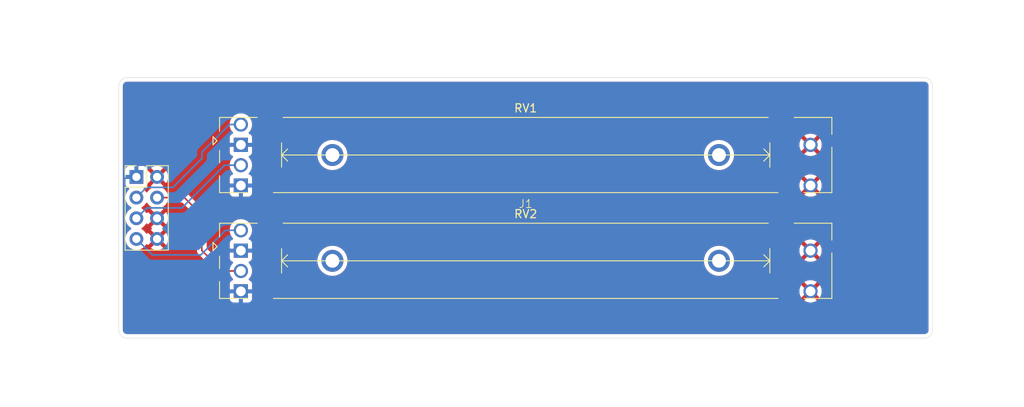
<source format=kicad_pcb>
(kicad_pcb (version 20241229) (generator "pcbnew") (generator_version "9.0")
  (layers (0 "F.Cu" signal) (2 "B.Cu" signal) (13 "F.Paste" user) (15 "B.Paste" user) (5 "F.SilkS" user "F.Silkscreen") (7 "B.SilkS" user "B.Silkscreen") (1 "F.Mask" user) (3 "B.Mask" user) (25 "Edge.Cuts" user))
  (net 0 "")
  (net 1 "GND")
  (net 2 "Net-(J1-Pin_5)")
  (net 3 "+3.3V")
  (net 4 "Net-(J1-Pin_3)")
  (net 5 "Net-(J1-Pin_4)")
  (net 6 "Net-(J1-Pin_7)")
  (footprint "Stephen:PS60M-0MC2BR10KN" (layer "F.Cu") (at 100 93.5)
    (property "Reference" "RV1" (at 0 -5.75 0) (layer "F.SilkS"))
    (property "Value" "R_Potentiometer_Dual")
    (fp_line (start -38.425 -2.25) (end -38.425 -1.25) (stroke (width 0.12)) (layer "F.SilkS"))
    (fp_line (start -38.425 -1.25) (end -37.925 -1.75) (stroke (width 0.12)) (layer "F.SilkS"))
    (fp_line (start -37.925 -1.75) (end -38.425 -2.25) (stroke (width 0.12)) (layer "F.SilkS"))
    (fp_line (start -37.62 -4.62) (end -32.996 -4.62) (stroke (width 0.12)) (layer "F.SilkS"))
    (fp_line (start -37.62 -2.925) (end -37.62 -4.62) (stroke (width 0.12)) (layer "F.SilkS"))
    (fp_line (start -37.62 0.96) (end -37.62 -0.575) (stroke (width 0.12)) (layer "F.SilkS"))
    (fp_line (start -37.62 4.62) (end -37.62 2.54) (stroke (width 0.12)) (layer "F.SilkS"))
    (fp_line (start -34.196 4.62) (end -37.62 4.62) (stroke (width 0.12)) (layer "F.SilkS"))
    (fp_line (start -30 -1.5) (end -30 1.5) (stroke (width 0.12)) (layer "F.SilkS"))
    (fp_line (start -30 0) (end -29.25 0.75) (stroke (width 0.12)) (layer "F.SilkS"))
    (fp_line (start -30 0) (end 30 0) (stroke (width 0.12)) (layer "F.SilkS"))
    (fp_line (start -29.804 -4.62) (end 29.804 -4.62) (stroke (width 0.12)) (layer "F.SilkS"))
    (fp_line (start -29.25 -0.75) (end -30 0) (stroke (width 0.12)) (layer "F.SilkS"))
    (fp_line (start 29.25 -0.75) (end 30 0) (stroke (width 0.12)) (layer "F.SilkS"))
    (fp_line (start 30 -1.5) (end 30 1.5) (stroke (width 0.12)) (layer "F.SilkS"))
    (fp_line (start 30 0) (end 29.25 0.75) (stroke (width 0.12)) (layer "F.SilkS"))
    (fp_line (start 31.004 4.62) (end -31.004 4.62) (stroke (width 0.12)) (layer "F.SilkS"))
    (fp_line (start 32.996 -4.62) (end 37.62 -4.62) (stroke (width 0.12)) (layer "F.SilkS"))
    (fp_line (start 37.62 -4.62) (end 37.62 -2.54) (stroke (width 0.12)) (layer "F.SilkS"))
    (fp_line (start 37.62 -0.96) (end 37.62 4.62) (stroke (width 0.12)) (layer "F.SilkS"))
    (fp_line (start 37.62 4.62) (end 34.196 4.62) (stroke (width 0.12)) (layer "F.SilkS"))
    (pad "1" thru_hole rect (at -35 -1.25) (size 1.75 1.75) (drill 1.2) (layers "*.Cu" "*.Mask") (net 1 "GND"))
    (pad "2" thru_hole circle (at -35 -3.75) (size 1.75 1.75) (drill 1.2) (layers "*.Cu" "*.Mask") (net 4 "Net-(J1-Pin_3)"))
    (pad "3" thru_hole circle (at 35 -1.25) (size 1.75 1.75) (drill 1.2) (layers "*.Cu" "*.Mask") (net 3 "+3.3V"))
    (pad "4" thru_hole rect (at -35 3.75) (size 1.75 1.75) (drill 1.2) (layers "*.Cu" "*.Mask") (net 1 "GND"))
    (pad "5" thru_hole circle (at -35 1.25) (size 1.75 1.75) (drill 1.2) (layers "*.Cu" "*.Mask") (net 2 "Net-(J1-Pin_5)"))
    (pad "6" thru_hole circle (at 35 3.75) (size 1.75 1.75) (drill 1.2) (layers "*.Cu" "*.Mask") (net 3 "+3.3V"))
    (pad "MP" thru_hole circle (at -23.75 0) (size 2.7 2.7) (drill 1.7) (layers "*.Cu" "*.Mask"))
    (pad "MP" thru_hole circle (at 23.75 0) (size 2.7 2.7) (drill 1.7) (layers "*.Cu" "*.Mask"))
  )
  (footprint "Stephen:PS60M-0MC2BR10KN" (layer "F.Cu") (at 100 106.5)
    (property "Reference" "RV2" (at 0 -5.75 0) (layer "F.SilkS"))
    (property "Value" "R_Potentiometer_Dual")
    (fp_line (start -38.425 -2.25) (end -38.425 -1.25) (stroke (width 0.12)) (layer "F.SilkS"))
    (fp_line (start -38.425 -1.25) (end -37.925 -1.75) (stroke (width 0.12)) (layer "F.SilkS"))
    (fp_line (start -37.925 -1.75) (end -38.425 -2.25) (stroke (width 0.12)) (layer "F.SilkS"))
    (fp_line (start -37.62 -4.62) (end -32.996 -4.62) (stroke (width 0.12)) (layer "F.SilkS"))
    (fp_line (start -37.62 -2.925) (end -37.62 -4.62) (stroke (width 0.12)) (layer "F.SilkS"))
    (fp_line (start -37.62 0.96) (end -37.62 -0.575) (stroke (width 0.12)) (layer "F.SilkS"))
    (fp_line (start -37.62 4.62) (end -37.62 2.54) (stroke (width 0.12)) (layer "F.SilkS"))
    (fp_line (start -34.196 4.62) (end -37.62 4.62) (stroke (width 0.12)) (layer "F.SilkS"))
    (fp_line (start -30 -1.5) (end -30 1.5) (stroke (width 0.12)) (layer "F.SilkS"))
    (fp_line (start -30 0) (end -29.25 0.75) (stroke (width 0.12)) (layer "F.SilkS"))
    (fp_line (start -30 0) (end 30 0) (stroke (width 0.12)) (layer "F.SilkS"))
    (fp_line (start -29.804 -4.62) (end 29.804 -4.62) (stroke (width 0.12)) (layer "F.SilkS"))
    (fp_line (start -29.25 -0.75) (end -30 0) (stroke (width 0.12)) (layer "F.SilkS"))
    (fp_line (start 29.25 -0.75) (end 30 0) (stroke (width 0.12)) (layer "F.SilkS"))
    (fp_line (start 30 -1.5) (end 30 1.5) (stroke (width 0.12)) (layer "F.SilkS"))
    (fp_line (start 30 0) (end 29.25 0.75) (stroke (width 0.12)) (layer "F.SilkS"))
    (fp_line (start 31.004 4.62) (end -31.004 4.62) (stroke (width 0.12)) (layer "F.SilkS"))
    (fp_line (start 32.996 -4.62) (end 37.62 -4.62) (stroke (width 0.12)) (layer "F.SilkS"))
    (fp_line (start 37.62 -4.62) (end 37.62 -2.54) (stroke (width 0.12)) (layer "F.SilkS"))
    (fp_line (start 37.62 -0.96) (end 37.62 4.62) (stroke (width 0.12)) (layer "F.SilkS"))
    (fp_line (start 37.62 4.62) (end 34.196 4.62) (stroke (width 0.12)) (layer "F.SilkS"))
    (pad "1" thru_hole rect (at -35 -1.25) (size 1.75 1.75) (drill 1.2) (layers "*.Cu" "*.Mask") (net 1 "GND"))
    (pad "2" thru_hole circle (at -35 -3.75) (size 1.75 1.75) (drill 1.2) (layers "*.Cu" "*.Mask") (net 6 "Net-(J1-Pin_7)"))
    (pad "3" thru_hole circle (at 35 -1.25) (size 1.75 1.75) (drill 1.2) (layers "*.Cu" "*.Mask") (net 3 "+3.3V"))
    (pad "4" thru_hole rect (at -35 3.75) (size 1.75 1.75) (drill 1.2) (layers "*.Cu" "*.Mask") (net 1 "GND"))
    (pad "5" thru_hole circle (at -35 1.25) (size 1.75 1.75) (drill 1.2) (layers "*.Cu" "*.Mask") (net 5 "Net-(J1-Pin_4)"))
    (pad "6" thru_hole circle (at 35 3.75) (size 1.75 1.75) (drill 1.2) (layers "*.Cu" "*.Mask") (net 3 "+3.3V"))
    (pad "MP" thru_hole circle (at -23.75 0) (size 2.7 2.7) (drill 1.7) (layers "*.Cu" "*.Mask"))
    (pad "MP" thru_hole circle (at 23.75 0) (size 2.7 2.7) (drill 1.7) (layers "*.Cu" "*.Mask"))
  )
  (footprint "Stephen:MidiModuleBase" (layer "F.Cu") (at 100 100)
    (property "Reference" "J1" (at 0 -0.5 0) (layer "F.SilkS") (effects (font (thickness 0.1))))
    (property "Value" "Conn_02x04_Odd_Even")
    (fp_line (start -49.22 -5.19) (end -47.84 -5.19) (stroke (width 0.12)) (layer "F.SilkS"))
    (fp_line (start -49.22 -3.81) (end -49.22 -5.19) (stroke (width 0.12)) (layer "F.SilkS"))
    (fp_line (start -49.22 -2.54) (end -49.22 5.19) (stroke (width 0.12)) (layer "F.SilkS"))
    (fp_line (start -49.22 -2.54) (end -46.57 -2.54) (stroke (width 0.12)) (layer "F.SilkS"))
    (fp_line (start -49.22 5.19) (end -43.92 5.19) (stroke (width 0.12)) (layer "F.SilkS"))
    (fp_line (start -46.57 -5.19) (end -43.92 -5.19) (stroke (width 0.12)) (layer "F.SilkS"))
    (fp_line (start -46.57 -2.54) (end -46.57 -5.19) (stroke (width 0.12)) (layer "F.SilkS"))
    (fp_line (start -43.92 -5.19) (end -43.92 5.19) (stroke (width 0.12)) (layer "F.SilkS"))
    (fp_line (start -50 -15) (end -50 15) (stroke (width 0.05)) (layer "Edge.Cuts"))
    (fp_line (start -49 -16) (end 49 -16) (stroke (width 0.05)) (layer "Edge.Cuts"))
    (fp_line (start -49 16) (end 49 16) (stroke (width 0.05)) (layer "Edge.Cuts"))
    (fp_line (start 50 -15) (end 50 15) (stroke (width 0.05)) (layer "Edge.Cuts"))
    (fp_arc (start -50 -15) (mid -49.707107 -15.707107) (end -49 -16) (stroke (width 0.05)) (layer "Edge.Cuts"))
    (fp_arc (start -49 16) (mid -49.707107 15.707107) (end -50 15) (stroke (width 0.05)) (layer "Edge.Cuts"))
    (fp_arc (start 49 -16) (mid 49.707107 -15.707107) (end 50 -15) (stroke (width 0.05)) (layer "Edge.Cuts"))
    (fp_arc (start 50 15) (mid 49.707107 15.707107) (end 49 16) (stroke (width 0.05)) (layer "Edge.Cuts"))
    (pad "1" thru_hole rect (at -47.84 -3.81) (size 1.7 1.7) (drill 1) (layers "*.Cu" "*.Mask") (net 1 "GND"))
    (pad "2" thru_hole circle (at -45.3 -3.81) (size 1.7 1.7) (drill 1) (layers "*.Cu" "*.Mask") (net 3 "+3.3V"))
    (pad "3" thru_hole circle (at -47.84 -1.27) (size 1.7 1.7) (drill 1) (layers "*.Cu" "*.Mask") (net 4 "Net-(J1-Pin_3)"))
    (pad "4" thru_hole circle (at -45.3 -1.27) (size 1.7 1.7) (drill 1) (layers "*.Cu" "*.Mask") (net 5 "Net-(J1-Pin_4)"))
    (pad "5" thru_hole circle (at -47.84 1.27) (size 1.7 1.7) (drill 1) (layers "*.Cu" "*.Mask") (net 2 "Net-(J1-Pin_5)"))
    (pad "6" thru_hole circle (at -45.3 1.27) (size 1.7 1.7) (drill 1) (layers "*.Cu" "*.Mask") (net 3 "+3.3V"))
    (pad "7" thru_hole circle (at -47.84 3.81) (size 1.7 1.7) (drill 1) (layers "*.Cu" "*.Mask") (net 6 "Net-(J1-Pin_7)"))
    (pad "8" thru_hole circle (at -45.3 3.81) (size 1.7 1.7) (drill 1) (layers "*.Cu" "*.Mask") (net 3 "+3.3V"))
  )
  (segment (start 53.43 100) (end 57.75 100) (width 0.2) (layer "B.Cu") (net 2))
  (segment (start 63 94.75) (end 65 94.75) (width 0.2) (layer "B.Cu") (net 2))
  (segment (start 57.75 100) (end 63 94.75) (width 0.2) (layer "B.Cu") (net 2))
  (segment (start 52.16 101.27) (end 53.43 100) (width 0.2) (layer "B.Cu") (net 2))
  (segment (start 54.7 101.27) (end 54.7 101.85) (width 0.2) (layer "F.Cu") (net 3))
  (segment (start 52.16 99.31) (end 52.16 98.73) (width 0.2) (layer "F.Cu") (net 4))
  (segment (start 52.505 98.73) (end 52.16 98.73) (width 0.2) (layer "F.Cu") (net 4))
  (segment (start 56.65 97.475) (end 60.225 93.9) (width 0.2) (layer "B.Cu") (net 4))
  (segment (start 60.225 93.125) (end 63.6 89.75) (width 0.2) (layer "B.Cu") (net 4))
  (segment (start 63.6 89.75) (end 65 89.75) (width 0.2) (layer "B.Cu") (net 4))
  (segment (start 53.415 97.475) (end 56.65 97.475) (width 0.2) (layer "B.Cu") (net 4))
  (segment (start 52.16 98.73) (end 53.415 97.475) (width 0.2) (layer "B.Cu") (net 4))
  (segment (start 60.225 93.9) (end 60.225 93.125) (width 0.2) (layer "B.Cu") (net 4))
  (segment (start 62.725 107.75) (end 65 107.75) (width 0.2) (layer "F.Cu") (net 5))
  (segment (start 60.2 105.225) (end 62.725 107.75) (width 0.2) (layer "F.Cu") (net 5))
  (segment (start 58.055 98.73) (end 60.2 100.875) (width 0.2) (layer "F.Cu") (net 5))
  (segment (start 60.2 100.875) (end 60.2 105.225) (width 0.2) (layer "F.Cu") (net 5))
  (segment (start 54.7 98.73) (end 58.055 98.73) (width 0.2) (layer "F.Cu") (net 5))
  (segment (start 54.125 105.775) (end 60.075 105.775) (width 0.2) (layer "B.Cu") (net 6))
  (segment (start 63.1 102.75) (end 65 102.75) (width 0.2) (layer "B.Cu") (net 6))
  (segment (start 60.075 105.775) (end 63.1 102.75) (width 0.2) (layer "B.Cu") (net 6))
  (segment (start 52.16 103.81) (end 54.125 105.775) (width 0.2) (layer "B.Cu") (net 6))
  (zone (net 3) (net_name "+3.3V") (layer "F.Cu") (connect_pads (clearance 0.5)) (min_thickness 0.25) (fill yes (thermal_gap 0.5) (thermal_bridge_width 0.5))
    (polygon (pts (xy 36.9 76.975) (xy 35.8 124.5) (xy 157.575 124.175) (xy 155.15 78.075) (xy 36.925 76.975)))
  )
  (zone (net 1) (net_name "GND") (layer "B.Cu") (priority 1) (connect_pads (clearance 0.5)) (min_thickness 0.25) (fill yes (thermal_gap 0.5) (thermal_bridge_width 0.5))
    (polygon (pts (xy 35.4 75.725) (xy 35.8 124.5) (xy 159.1 124.5) (xy 158.675 124.5) (xy 161.25 74.45)))
  )
)
</source>
